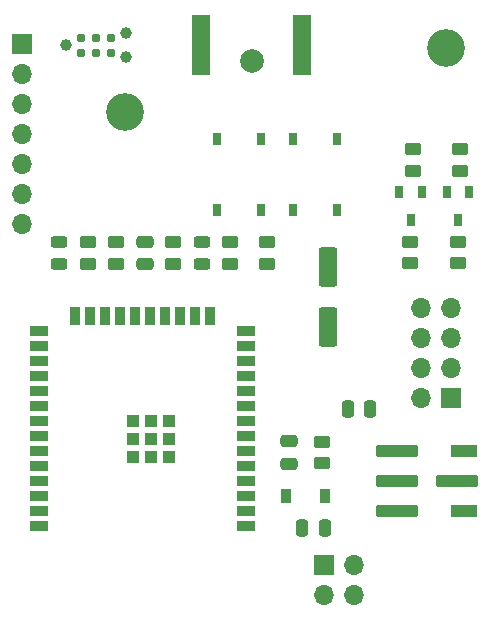
<source format=gts>
G04 #@! TF.GenerationSoftware,KiCad,Pcbnew,(6.0.8-1)-1*
G04 #@! TF.CreationDate,2023-02-10T09:38:01+01:00*
G04 #@! TF.ProjectId,ithowifi_4l,6974686f-7769-4666-995f-346c2e6b6963,rev?*
G04 #@! TF.SameCoordinates,Original*
G04 #@! TF.FileFunction,Soldermask,Top*
G04 #@! TF.FilePolarity,Negative*
%FSLAX46Y46*%
G04 Gerber Fmt 4.6, Leading zero omitted, Abs format (unit mm)*
G04 Created by KiCad (PCBNEW (6.0.8-1)-1) date 2023-02-10 09:38:01*
%MOMM*%
%LPD*%
G01*
G04 APERTURE LIST*
G04 Aperture macros list*
%AMRoundRect*
0 Rectangle with rounded corners*
0 $1 Rounding radius*
0 $2 $3 $4 $5 $6 $7 $8 $9 X,Y pos of 4 corners*
0 Add a 4 corners polygon primitive as box body*
4,1,4,$2,$3,$4,$5,$6,$7,$8,$9,$2,$3,0*
0 Add four circle primitives for the rounded corners*
1,1,$1+$1,$2,$3*
1,1,$1+$1,$4,$5*
1,1,$1+$1,$6,$7*
1,1,$1+$1,$8,$9*
0 Add four rect primitives between the rounded corners*
20,1,$1+$1,$2,$3,$4,$5,0*
20,1,$1+$1,$4,$5,$6,$7,0*
20,1,$1+$1,$6,$7,$8,$9,0*
20,1,$1+$1,$8,$9,$2,$3,0*%
G04 Aperture macros list end*
%ADD10RoundRect,0.105000X-1.655000X0.420000X-1.655000X-0.420000X1.655000X-0.420000X1.655000X0.420000X0*%
%ADD11RoundRect,0.105000X-1.005000X0.420000X-1.005000X-0.420000X1.005000X-0.420000X1.005000X0.420000X0*%
%ADD12R,0.700000X1.000000*%
%ADD13RoundRect,0.250000X-0.450000X0.262500X-0.450000X-0.262500X0.450000X-0.262500X0.450000X0.262500X0*%
%ADD14R,1.700000X1.700000*%
%ADD15O,1.700000X1.700000*%
%ADD16R,1.500000X0.900000*%
%ADD17R,0.900000X1.500000*%
%ADD18R,1.050000X1.050000*%
%ADD19C,3.200000*%
%ADD20RoundRect,0.243750X0.456250X-0.243750X0.456250X0.243750X-0.456250X0.243750X-0.456250X-0.243750X0*%
%ADD21C,0.990600*%
%ADD22C,0.787400*%
%ADD23R,0.750000X1.000000*%
%ADD24RoundRect,0.250000X0.250000X0.475000X-0.250000X0.475000X-0.250000X-0.475000X0.250000X-0.475000X0*%
%ADD25RoundRect,0.250000X0.450000X-0.262500X0.450000X0.262500X-0.450000X0.262500X-0.450000X-0.262500X0*%
%ADD26RoundRect,0.250000X0.475000X-0.250000X0.475000X0.250000X-0.475000X0.250000X-0.475000X-0.250000X0*%
%ADD27RoundRect,0.250000X0.550000X-1.412500X0.550000X1.412500X-0.550000X1.412500X-0.550000X-1.412500X0*%
%ADD28RoundRect,0.250000X-0.250000X-0.475000X0.250000X-0.475000X0.250000X0.475000X-0.250000X0.475000X0*%
%ADD29R,0.900000X1.200000*%
%ADD30C,2.000000*%
%ADD31R,1.500000X5.080000*%
G04 APERTURE END LIST*
D10*
X117475000Y-142240000D03*
X117475000Y-144780000D03*
X117475000Y-147320000D03*
D11*
X123205000Y-147320000D03*
D10*
X122555000Y-144780000D03*
D11*
X123205000Y-142240000D03*
D12*
X119608600Y-120339000D03*
X117708600Y-120339000D03*
X118658600Y-122739000D03*
D13*
X118872000Y-116711900D03*
X118872000Y-118536900D03*
D14*
X85725000Y-107797600D03*
D15*
X85725000Y-110337600D03*
X85725000Y-112877600D03*
X85725000Y-115417600D03*
X85725000Y-117957600D03*
X85725000Y-120497600D03*
X85725000Y-123037600D03*
D16*
X104727600Y-148613600D03*
X104727600Y-147343600D03*
X104727600Y-146073600D03*
X104727600Y-144803600D03*
X104727600Y-143533600D03*
X104727600Y-142263600D03*
X104727600Y-140993600D03*
X104727600Y-139723600D03*
X104727600Y-138453600D03*
X104727600Y-137183600D03*
X104727600Y-135913600D03*
X104727600Y-134643600D03*
X104727600Y-133373600D03*
X104727600Y-132103600D03*
D17*
X101697600Y-130853600D03*
X100427600Y-130853600D03*
X99157600Y-130853600D03*
X97887600Y-130853600D03*
X96617600Y-130853600D03*
X95347600Y-130853600D03*
X94077600Y-130853600D03*
X92807600Y-130853600D03*
X91537600Y-130853600D03*
X90267600Y-130853600D03*
D16*
X87227600Y-132103600D03*
X87227600Y-133373600D03*
X87227600Y-134643600D03*
X87227600Y-135913600D03*
X87227600Y-137183600D03*
X87227600Y-138453600D03*
X87227600Y-139723600D03*
X87227600Y-140993600D03*
X87227600Y-142263600D03*
X87227600Y-143533600D03*
X87227600Y-144803600D03*
X87227600Y-146073600D03*
X87227600Y-147343600D03*
X87227600Y-148613600D03*
D18*
X95132600Y-139748600D03*
X98182600Y-142798600D03*
X95132600Y-142798600D03*
X96657600Y-139748600D03*
X96657600Y-141273600D03*
X98182600Y-139748600D03*
X96657600Y-142798600D03*
X95132600Y-141273600D03*
X98182600Y-141273600D03*
D13*
X91313000Y-124588900D03*
X91313000Y-126413900D03*
X106536000Y-124597500D03*
X106536000Y-126422500D03*
X118618000Y-124548500D03*
X118618000Y-126373500D03*
D19*
X94488000Y-113538000D03*
D20*
X88900000Y-126438900D03*
X88900000Y-124563900D03*
D14*
X111292000Y-151928000D03*
D15*
X113832000Y-151928000D03*
X111292000Y-154468000D03*
X113832000Y-154468000D03*
D21*
X94576000Y-106885400D03*
X89496000Y-107901400D03*
X94576000Y-108917400D03*
D22*
X90766000Y-108536400D03*
X90766000Y-107266400D03*
X92036000Y-108536400D03*
X92036000Y-107266400D03*
X93306000Y-108536400D03*
X93306000Y-107266400D03*
D23*
X108665400Y-121872000D03*
X108665400Y-115872000D03*
X112415400Y-121872000D03*
X112415400Y-115872000D03*
D24*
X115250000Y-138684000D03*
X113350000Y-138684000D03*
D12*
X123606600Y-120339000D03*
X121706600Y-120339000D03*
X122656600Y-122739000D03*
D25*
X122859800Y-118536900D03*
X122859800Y-116711900D03*
D13*
X122682000Y-124548500D03*
X122682000Y-126373500D03*
D26*
X96139000Y-126451400D03*
X96139000Y-124551400D03*
D25*
X98552000Y-126428000D03*
X98552000Y-124603000D03*
D27*
X111632000Y-131768000D03*
X111632000Y-126693000D03*
D28*
X109486900Y-148751000D03*
X111386900Y-148751000D03*
D26*
X108377500Y-143351000D03*
X108377500Y-141451000D03*
D29*
X111425500Y-146084000D03*
X108125500Y-146084000D03*
D25*
X111171500Y-143290000D03*
X111171500Y-141465000D03*
D30*
X105182180Y-109251460D03*
D25*
X93726000Y-126413900D03*
X93726000Y-124588900D03*
X103378000Y-126428000D03*
X103378000Y-124603000D03*
D20*
X100965000Y-126453000D03*
X100965000Y-124578000D03*
D23*
X106015000Y-121872000D03*
X106015000Y-115872000D03*
X102265000Y-121872000D03*
X102265000Y-115872000D03*
D19*
X121630000Y-108120000D03*
D14*
X122047000Y-137795000D03*
D15*
X119507000Y-137795000D03*
X122047000Y-135255000D03*
X119507000Y-135255000D03*
X122047000Y-132715000D03*
X119507000Y-132715000D03*
X122047000Y-130175000D03*
X119507000Y-130175000D03*
D31*
X100931400Y-107848400D03*
X109431400Y-107848400D03*
M02*

</source>
